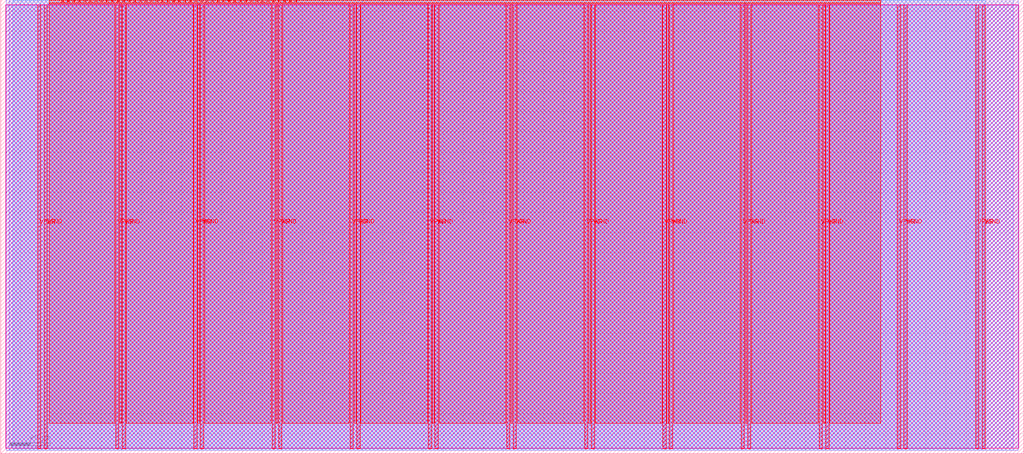
<source format=lef>
VERSION 5.7 ;
  NOWIREEXTENSIONATPIN ON ;
  DIVIDERCHAR "/" ;
  BUSBITCHARS "[]" ;
MACRO tt_um_openfpga22
  CLASS BLOCK ;
  FOREIGN tt_um_openfpga22 ;
  ORIGIN 0.000 0.000 ;
  SIZE 508.760 BY 225.760 ;
  PIN VGND
    DIRECTION INOUT ;
    USE GROUND ;
    PORT
      LAYER met4 ;
        RECT 21.580 2.480 23.180 223.280 ;
    END
    PORT
      LAYER met4 ;
        RECT 60.450 2.480 62.050 223.280 ;
    END
    PORT
      LAYER met4 ;
        RECT 99.320 2.480 100.920 223.280 ;
    END
    PORT
      LAYER met4 ;
        RECT 138.190 2.480 139.790 223.280 ;
    END
    PORT
      LAYER met4 ;
        RECT 177.060 2.480 178.660 223.280 ;
    END
    PORT
      LAYER met4 ;
        RECT 215.930 2.480 217.530 223.280 ;
    END
    PORT
      LAYER met4 ;
        RECT 254.800 2.480 256.400 223.280 ;
    END
    PORT
      LAYER met4 ;
        RECT 293.670 2.480 295.270 223.280 ;
    END
    PORT
      LAYER met4 ;
        RECT 332.540 2.480 334.140 223.280 ;
    END
    PORT
      LAYER met4 ;
        RECT 371.410 2.480 373.010 223.280 ;
    END
    PORT
      LAYER met4 ;
        RECT 410.280 2.480 411.880 223.280 ;
    END
    PORT
      LAYER met4 ;
        RECT 449.150 2.480 450.750 223.280 ;
    END
    PORT
      LAYER met4 ;
        RECT 488.020 2.480 489.620 223.280 ;
    END
  END VGND
  PIN VPWR
    DIRECTION INOUT ;
    USE POWER ;
    PORT
      LAYER met4 ;
        RECT 18.280 2.480 19.880 223.280 ;
    END
    PORT
      LAYER met4 ;
        RECT 57.150 2.480 58.750 223.280 ;
    END
    PORT
      LAYER met4 ;
        RECT 96.020 2.480 97.620 223.280 ;
    END
    PORT
      LAYER met4 ;
        RECT 134.890 2.480 136.490 223.280 ;
    END
    PORT
      LAYER met4 ;
        RECT 173.760 2.480 175.360 223.280 ;
    END
    PORT
      LAYER met4 ;
        RECT 212.630 2.480 214.230 223.280 ;
    END
    PORT
      LAYER met4 ;
        RECT 251.500 2.480 253.100 223.280 ;
    END
    PORT
      LAYER met4 ;
        RECT 290.370 2.480 291.970 223.280 ;
    END
    PORT
      LAYER met4 ;
        RECT 329.240 2.480 330.840 223.280 ;
    END
    PORT
      LAYER met4 ;
        RECT 368.110 2.480 369.710 223.280 ;
    END
    PORT
      LAYER met4 ;
        RECT 406.980 2.480 408.580 223.280 ;
    END
    PORT
      LAYER met4 ;
        RECT 445.850 2.480 447.450 223.280 ;
    END
    PORT
      LAYER met4 ;
        RECT 484.720 2.480 486.320 223.280 ;
    END
  END VPWR
  PIN clk
    DIRECTION INPUT ;
    USE SIGNAL ;
    ANTENNAGATEAREA 0.495000 ;
    ANTENNADIFFAREA 0.445500 ;
    PORT
      LAYER met4 ;
        RECT 143.830 224.760 144.130 225.760 ;
    END
  END clk
  PIN ena
    DIRECTION INPUT ;
    USE SIGNAL ;
    PORT
      LAYER met4 ;
        RECT 146.590 224.760 146.890 225.760 ;
    END
  END ena
  PIN rst_n
    DIRECTION INPUT ;
    USE SIGNAL ;
    ANTENNAGATEAREA 0.196500 ;
    PORT
      LAYER met4 ;
        RECT 141.070 224.760 141.370 225.760 ;
    END
  END rst_n
  PIN ui_in[0]
    DIRECTION INPUT ;
    USE SIGNAL ;
    ANTENNAGATEAREA 0.196500 ;
    PORT
      LAYER met4 ;
        RECT 138.310 224.760 138.610 225.760 ;
    END
  END ui_in[0]
  PIN ui_in[1]
    DIRECTION INPUT ;
    USE SIGNAL ;
    ANTENNAGATEAREA 0.196500 ;
    PORT
      LAYER met4 ;
        RECT 135.550 224.760 135.850 225.760 ;
    END
  END ui_in[1]
  PIN ui_in[2]
    DIRECTION INPUT ;
    USE SIGNAL ;
    ANTENNAGATEAREA 0.196500 ;
    PORT
      LAYER met4 ;
        RECT 132.790 224.760 133.090 225.760 ;
    END
  END ui_in[2]
  PIN ui_in[3]
    DIRECTION INPUT ;
    USE SIGNAL ;
    ANTENNAGATEAREA 0.196500 ;
    PORT
      LAYER met4 ;
        RECT 130.030 224.760 130.330 225.760 ;
    END
  END ui_in[3]
  PIN ui_in[4]
    DIRECTION INPUT ;
    USE SIGNAL ;
    ANTENNAGATEAREA 0.213000 ;
    PORT
      LAYER met4 ;
        RECT 127.270 224.760 127.570 225.760 ;
    END
  END ui_in[4]
  PIN ui_in[5]
    DIRECTION INPUT ;
    USE SIGNAL ;
    ANTENNAGATEAREA 0.196500 ;
    PORT
      LAYER met4 ;
        RECT 124.510 224.760 124.810 225.760 ;
    END
  END ui_in[5]
  PIN ui_in[6]
    DIRECTION INPUT ;
    USE SIGNAL ;
    ANTENNAGATEAREA 0.196500 ;
    PORT
      LAYER met4 ;
        RECT 121.750 224.760 122.050 225.760 ;
    END
  END ui_in[6]
  PIN ui_in[7]
    DIRECTION INPUT ;
    USE SIGNAL ;
    ANTENNAGATEAREA 0.196500 ;
    PORT
      LAYER met4 ;
        RECT 118.990 224.760 119.290 225.760 ;
    END
  END ui_in[7]
  PIN uio_in[0]
    DIRECTION INPUT ;
    USE SIGNAL ;
    ANTENNAGATEAREA 0.196500 ;
    PORT
      LAYER met4 ;
        RECT 116.230 224.760 116.530 225.760 ;
    END
  END uio_in[0]
  PIN uio_in[1]
    DIRECTION INPUT ;
    USE SIGNAL ;
    ANTENNAGATEAREA 0.213000 ;
    PORT
      LAYER met4 ;
        RECT 113.470 224.760 113.770 225.760 ;
    END
  END uio_in[1]
  PIN uio_in[2]
    DIRECTION INPUT ;
    USE SIGNAL ;
    ANTENNAGATEAREA 0.196500 ;
    PORT
      LAYER met4 ;
        RECT 110.710 224.760 111.010 225.760 ;
    END
  END uio_in[2]
  PIN uio_in[3]
    DIRECTION INPUT ;
    USE SIGNAL ;
    ANTENNAGATEAREA 0.196500 ;
    PORT
      LAYER met4 ;
        RECT 107.950 224.760 108.250 225.760 ;
    END
  END uio_in[3]
  PIN uio_in[4]
    DIRECTION INPUT ;
    USE SIGNAL ;
    ANTENNAGATEAREA 0.196500 ;
    PORT
      LAYER met4 ;
        RECT 105.190 224.760 105.490 225.760 ;
    END
  END uio_in[4]
  PIN uio_in[5]
    DIRECTION INPUT ;
    USE SIGNAL ;
    PORT
      LAYER met4 ;
        RECT 102.430 224.760 102.730 225.760 ;
    END
  END uio_in[5]
  PIN uio_in[6]
    DIRECTION INPUT ;
    USE SIGNAL ;
    PORT
      LAYER met4 ;
        RECT 99.670 224.760 99.970 225.760 ;
    END
  END uio_in[6]
  PIN uio_in[7]
    DIRECTION INPUT ;
    USE SIGNAL ;
    PORT
      LAYER met4 ;
        RECT 96.910 224.760 97.210 225.760 ;
    END
  END uio_in[7]
  PIN uio_oe[0]
    DIRECTION OUTPUT ;
    USE SIGNAL ;
    PORT
      LAYER met4 ;
        RECT 49.990 224.760 50.290 225.760 ;
    END
  END uio_oe[0]
  PIN uio_oe[1]
    DIRECTION OUTPUT ;
    USE SIGNAL ;
    PORT
      LAYER met4 ;
        RECT 47.230 224.760 47.530 225.760 ;
    END
  END uio_oe[1]
  PIN uio_oe[2]
    DIRECTION OUTPUT ;
    USE SIGNAL ;
    PORT
      LAYER met4 ;
        RECT 44.470 224.760 44.770 225.760 ;
    END
  END uio_oe[2]
  PIN uio_oe[3]
    DIRECTION OUTPUT ;
    USE SIGNAL ;
    PORT
      LAYER met4 ;
        RECT 41.710 224.760 42.010 225.760 ;
    END
  END uio_oe[3]
  PIN uio_oe[4]
    DIRECTION OUTPUT ;
    USE SIGNAL ;
    PORT
      LAYER met4 ;
        RECT 38.950 224.760 39.250 225.760 ;
    END
  END uio_oe[4]
  PIN uio_oe[5]
    DIRECTION OUTPUT ;
    USE SIGNAL ;
    PORT
      LAYER met4 ;
        RECT 36.190 224.760 36.490 225.760 ;
    END
  END uio_oe[5]
  PIN uio_oe[6]
    DIRECTION OUTPUT ;
    USE SIGNAL ;
    PORT
      LAYER met4 ;
        RECT 33.430 224.760 33.730 225.760 ;
    END
  END uio_oe[6]
  PIN uio_oe[7]
    DIRECTION OUTPUT ;
    USE SIGNAL ;
    PORT
      LAYER met4 ;
        RECT 30.670 224.760 30.970 225.760 ;
    END
  END uio_oe[7]
  PIN uio_out[0]
    DIRECTION OUTPUT ;
    USE SIGNAL ;
    PORT
      LAYER met4 ;
        RECT 72.070 224.760 72.370 225.760 ;
    END
  END uio_out[0]
  PIN uio_out[1]
    DIRECTION OUTPUT ;
    USE SIGNAL ;
    PORT
      LAYER met4 ;
        RECT 69.310 224.760 69.610 225.760 ;
    END
  END uio_out[1]
  PIN uio_out[2]
    DIRECTION OUTPUT ;
    USE SIGNAL ;
    PORT
      LAYER met4 ;
        RECT 66.550 224.760 66.850 225.760 ;
    END
  END uio_out[2]
  PIN uio_out[3]
    DIRECTION OUTPUT ;
    USE SIGNAL ;
    PORT
      LAYER met4 ;
        RECT 63.790 224.760 64.090 225.760 ;
    END
  END uio_out[3]
  PIN uio_out[4]
    DIRECTION OUTPUT ;
    USE SIGNAL ;
    PORT
      LAYER met4 ;
        RECT 61.030 224.760 61.330 225.760 ;
    END
  END uio_out[4]
  PIN uio_out[5]
    DIRECTION OUTPUT ;
    USE SIGNAL ;
    ANTENNADIFFAREA 0.445500 ;
    PORT
      LAYER met4 ;
        RECT 58.270 224.760 58.570 225.760 ;
    END
  END uio_out[5]
  PIN uio_out[6]
    DIRECTION OUTPUT ;
    USE SIGNAL ;
    ANTENNADIFFAREA 0.445500 ;
    PORT
      LAYER met4 ;
        RECT 55.510 224.760 55.810 225.760 ;
    END
  END uio_out[6]
  PIN uio_out[7]
    DIRECTION OUTPUT ;
    USE SIGNAL ;
    ANTENNADIFFAREA 0.445500 ;
    PORT
      LAYER met4 ;
        RECT 52.750 224.760 53.050 225.760 ;
    END
  END uio_out[7]
  PIN uo_out[0]
    DIRECTION OUTPUT ;
    USE SIGNAL ;
    ANTENNADIFFAREA 0.445500 ;
    PORT
      LAYER met4 ;
        RECT 94.150 224.760 94.450 225.760 ;
    END
  END uo_out[0]
  PIN uo_out[1]
    DIRECTION OUTPUT ;
    USE SIGNAL ;
    ANTENNADIFFAREA 0.795200 ;
    PORT
      LAYER met4 ;
        RECT 91.390 224.760 91.690 225.760 ;
    END
  END uo_out[1]
  PIN uo_out[2]
    DIRECTION OUTPUT ;
    USE SIGNAL ;
    ANTENNADIFFAREA 0.445500 ;
    PORT
      LAYER met4 ;
        RECT 88.630 224.760 88.930 225.760 ;
    END
  END uo_out[2]
  PIN uo_out[3]
    DIRECTION OUTPUT ;
    USE SIGNAL ;
    ANTENNADIFFAREA 0.445500 ;
    PORT
      LAYER met4 ;
        RECT 85.870 224.760 86.170 225.760 ;
    END
  END uo_out[3]
  PIN uo_out[4]
    DIRECTION OUTPUT ;
    USE SIGNAL ;
    ANTENNADIFFAREA 0.795200 ;
    PORT
      LAYER met4 ;
        RECT 83.110 224.760 83.410 225.760 ;
    END
  END uo_out[4]
  PIN uo_out[5]
    DIRECTION OUTPUT ;
    USE SIGNAL ;
    ANTENNADIFFAREA 0.795200 ;
    PORT
      LAYER met4 ;
        RECT 80.350 224.760 80.650 225.760 ;
    END
  END uo_out[5]
  PIN uo_out[6]
    DIRECTION OUTPUT ;
    USE SIGNAL ;
    ANTENNADIFFAREA 0.445500 ;
    PORT
      LAYER met4 ;
        RECT 77.590 224.760 77.890 225.760 ;
    END
  END uo_out[6]
  PIN uo_out[7]
    DIRECTION OUTPUT ;
    USE SIGNAL ;
    ANTENNADIFFAREA 0.445500 ;
    PORT
      LAYER met4 ;
        RECT 74.830 224.760 75.130 225.760 ;
    END
  END uo_out[7]
  OBS
      LAYER nwell ;
        RECT 2.570 2.635 506.190 223.230 ;
      LAYER li1 ;
        RECT 2.760 2.635 506.000 223.125 ;
      LAYER met1 ;
        RECT 2.760 1.740 506.000 225.720 ;
      LAYER met2 ;
        RECT 4.240 1.710 503.600 225.750 ;
      LAYER met3 ;
        RECT 6.045 2.555 489.610 225.585 ;
      LAYER met4 ;
        RECT 24.215 224.360 30.270 225.585 ;
        RECT 31.370 224.360 33.030 225.585 ;
        RECT 34.130 224.360 35.790 225.585 ;
        RECT 36.890 224.360 38.550 225.585 ;
        RECT 39.650 224.360 41.310 225.585 ;
        RECT 42.410 224.360 44.070 225.585 ;
        RECT 45.170 224.360 46.830 225.585 ;
        RECT 47.930 224.360 49.590 225.585 ;
        RECT 50.690 224.360 52.350 225.585 ;
        RECT 53.450 224.360 55.110 225.585 ;
        RECT 56.210 224.360 57.870 225.585 ;
        RECT 58.970 224.360 60.630 225.585 ;
        RECT 61.730 224.360 63.390 225.585 ;
        RECT 64.490 224.360 66.150 225.585 ;
        RECT 67.250 224.360 68.910 225.585 ;
        RECT 70.010 224.360 71.670 225.585 ;
        RECT 72.770 224.360 74.430 225.585 ;
        RECT 75.530 224.360 77.190 225.585 ;
        RECT 78.290 224.360 79.950 225.585 ;
        RECT 81.050 224.360 82.710 225.585 ;
        RECT 83.810 224.360 85.470 225.585 ;
        RECT 86.570 224.360 88.230 225.585 ;
        RECT 89.330 224.360 90.990 225.585 ;
        RECT 92.090 224.360 93.750 225.585 ;
        RECT 94.850 224.360 96.510 225.585 ;
        RECT 97.610 224.360 99.270 225.585 ;
        RECT 100.370 224.360 102.030 225.585 ;
        RECT 103.130 224.360 104.790 225.585 ;
        RECT 105.890 224.360 107.550 225.585 ;
        RECT 108.650 224.360 110.310 225.585 ;
        RECT 111.410 224.360 113.070 225.585 ;
        RECT 114.170 224.360 115.830 225.585 ;
        RECT 116.930 224.360 118.590 225.585 ;
        RECT 119.690 224.360 121.350 225.585 ;
        RECT 122.450 224.360 124.110 225.585 ;
        RECT 125.210 224.360 126.870 225.585 ;
        RECT 127.970 224.360 129.630 225.585 ;
        RECT 130.730 224.360 132.390 225.585 ;
        RECT 133.490 224.360 135.150 225.585 ;
        RECT 136.250 224.360 137.910 225.585 ;
        RECT 139.010 224.360 140.670 225.585 ;
        RECT 141.770 224.360 143.430 225.585 ;
        RECT 144.530 224.360 146.190 225.585 ;
        RECT 147.290 224.360 437.625 225.585 ;
        RECT 24.215 223.680 437.625 224.360 ;
        RECT 24.215 15.135 56.750 223.680 ;
        RECT 59.150 15.135 60.050 223.680 ;
        RECT 62.450 15.135 95.620 223.680 ;
        RECT 98.020 15.135 98.920 223.680 ;
        RECT 101.320 15.135 134.490 223.680 ;
        RECT 136.890 15.135 137.790 223.680 ;
        RECT 140.190 15.135 173.360 223.680 ;
        RECT 175.760 15.135 176.660 223.680 ;
        RECT 179.060 15.135 212.230 223.680 ;
        RECT 214.630 15.135 215.530 223.680 ;
        RECT 217.930 15.135 251.100 223.680 ;
        RECT 253.500 15.135 254.400 223.680 ;
        RECT 256.800 15.135 289.970 223.680 ;
        RECT 292.370 15.135 293.270 223.680 ;
        RECT 295.670 15.135 328.840 223.680 ;
        RECT 331.240 15.135 332.140 223.680 ;
        RECT 334.540 15.135 367.710 223.680 ;
        RECT 370.110 15.135 371.010 223.680 ;
        RECT 373.410 15.135 406.580 223.680 ;
        RECT 408.980 15.135 409.880 223.680 ;
        RECT 412.280 15.135 437.625 223.680 ;
  END
END tt_um_openfpga22
END LIBRARY


</source>
